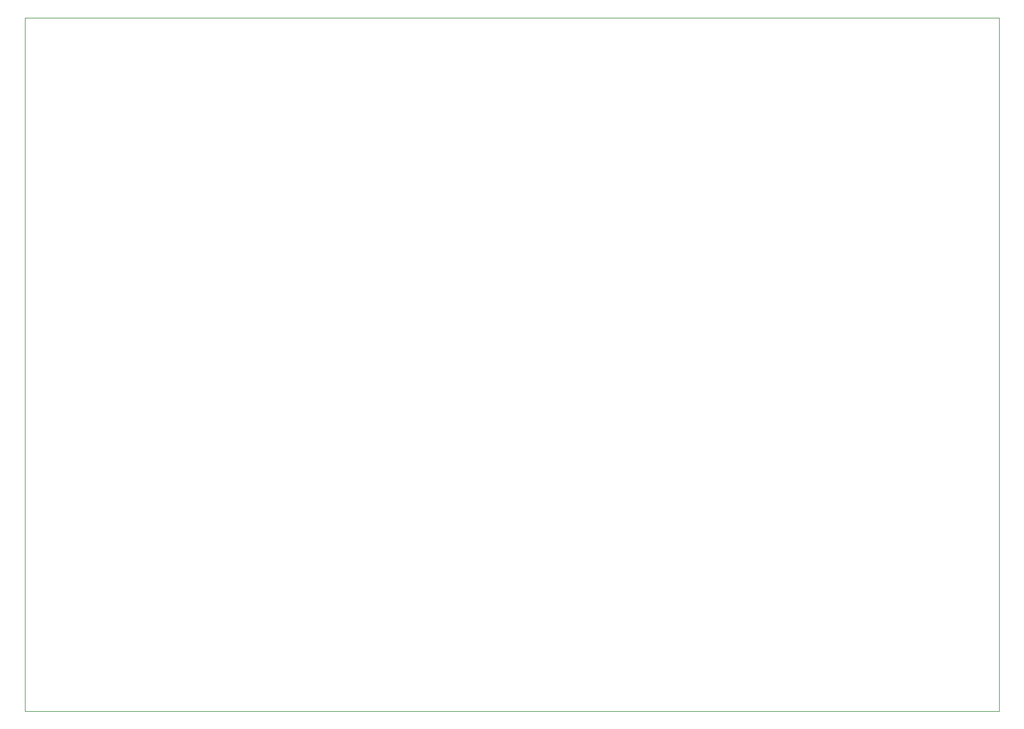
<source format=gm1>
G04 #@! TF.GenerationSoftware,KiCad,Pcbnew,6.0.11+dfsg-1~bpo11+1*
G04 #@! TF.CreationDate,2023-02-20T22:13:45+01:00*
G04 #@! TF.ProjectId,v1,76312e6b-6963-4616-945f-706362585858,rev?*
G04 #@! TF.SameCoordinates,Original*
G04 #@! TF.FileFunction,Profile,NP*
%FSLAX46Y46*%
G04 Gerber Fmt 4.6, Leading zero omitted, Abs format (unit mm)*
G04 Created by KiCad (PCBNEW 6.0.11+dfsg-1~bpo11+1) date 2023-02-20 22:13:45*
%MOMM*%
%LPD*%
G01*
G04 APERTURE LIST*
G04 #@! TA.AperFunction,Profile*
%ADD10C,0.100000*%
G04 #@! TD*
G04 APERTURE END LIST*
D10*
X234500000Y-139500000D02*
X95500000Y-139500000D01*
X95500000Y-139500000D02*
X95500000Y-40500000D01*
X95500000Y-40500000D02*
X234500000Y-40500000D01*
X234500000Y-40500000D02*
X234500000Y-139500000D01*
M02*

</source>
